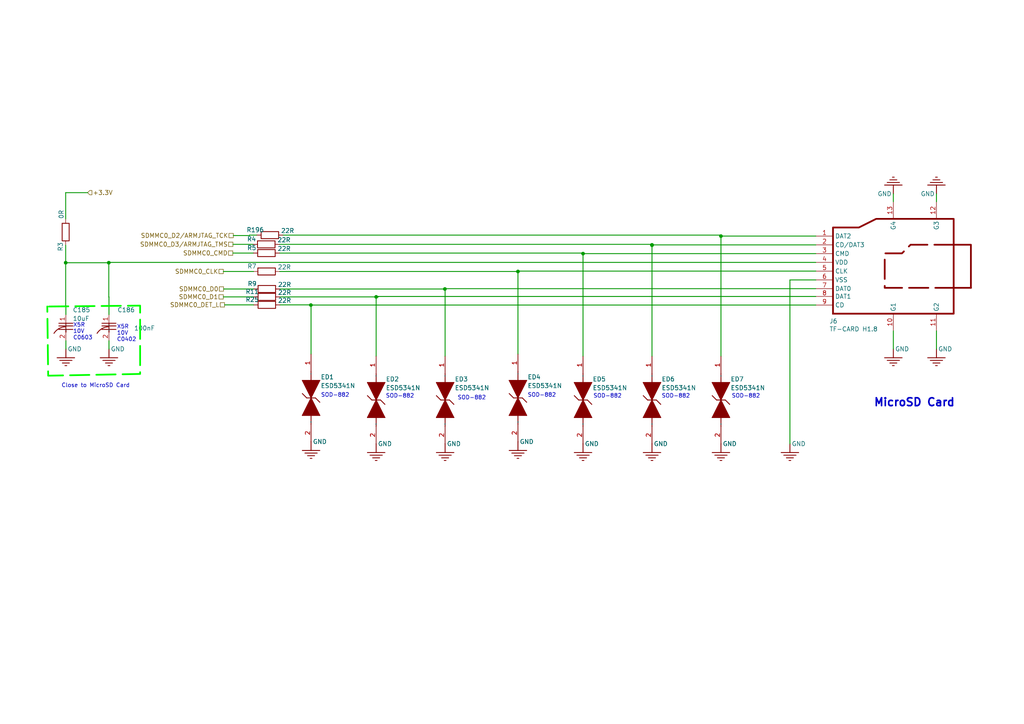
<source format=kicad_sch>
(kicad_sch (version 20231120) (generator "eeschema") (generator_version "8.0")
  (paper "A4")
  (lib_symbols
    (symbol "Device:R" (pin_numbers hide) (pin_names (offset 0))
      (property "Reference" "R" (at 2.032 0 90))
      (property "Value" "R" (at 0 0 90))
      (symbol "R_0_1"
        (rectangle (start -1.016 -2.54) (end 1.016 2.54) (stroke (width 0.254)))
      )
      (symbol "R_1_1"
        (pin passive line (at 0 3.81 270) (length 1.27) (name "~") (number "1"))
        (pin passive line (at 0 -3.81 90) (length 1.27) (name "~") (number "2"))
      )
    )
    (symbol "cm3568 LPDDR4-altium-import:GND" (power)
      (property "Reference" "#PWR" (at 0 0 0))
      (property "Value" "GND" (at 0 6.35 0))
      (symbol "GND_0_0"
        (polyline (pts (xy -2.54 -2.54) (xy 2.54 -2.54)) (stroke (width 0.254)))
        (polyline (pts (xy -1.778 -3.302) (xy 1.778 -3.302)) (stroke (width 0.254)))
        (polyline (pts (xy -1.016 -4.064) (xy 1.016 -4.064)) (stroke (width 0.254)))
        (polyline (pts (xy -0.254 -4.826) (xy 0.254 -4.826)) (stroke (width 0.254)))
        (polyline (pts (xy 0 0) (xy 0 -2.54)) (stroke (width 0.254)))
        (pin power_in line (at 0 0 0) (length 0) (name "GND") (number ""))
      )
    )
    (symbol "cm3568 LPDDR4-altium-import:root_0_TFP09-2-12B"
      (symbol "root_0_TFP09-2-12B_1_0"
        (polyline (pts (xy 45 -15) (xy 40 -15)) (stroke (width 0.508)))
        (polyline (pts (xy 40 -2.5) (xy 45 -2.5) (xy 45 -15)) (stroke (width 0.508)))
        (polyline (pts (xy 40 -2.5) (xy 27.5 -2.5) (xy 25 -5) (xy 20 -5) (xy 20 -15) (xy 40 -15)) (stroke (width 0.508) (type dash)))
        (polyline (pts (xy 5 -22.5) (xy 5 2.5) (xy 12.5 2.5) (xy 17.5 5) (xy 40 5) (xy 40 -22.5) (xy 5 -22.5)) (stroke (width 0.508)))
        (pin passive line (at 0 0 0) (length 5.08) (name "DAT2") (number "1"))
        (pin passive line (at 22.5 -27.5 90) (length 5.08) (name "G1") (number "10"))
        (pin passive line (at 35 -27.5 90) (length 5.08) (name "G2") (number "11"))
        (pin passive line (at 35 10 270) (length 5.08) (name "G3") (number "12"))
        (pin passive line (at 22.5 10 270) (length 5.08) (name "G4") (number "13"))
        (pin passive line (at 0 -2.54 0) (length 5.08) (name "CD/DAT3") (number "2"))
        (pin passive line (at 0 -5.08 0) (length 5.08) (name "CMD") (number "3"))
        (pin passive line (at 0 -7.62 0) (length 5.08) (name "VDD") (number "4"))
        (pin passive line (at 0 -10.16 0) (length 5.08) (name "CLK") (number "5"))
        (pin passive line (at 0 -12.7 0) (length 5.08) (name "VSS") (number "6"))
        (pin passive line (at 0 -15.24 0) (length 5.08) (name "DAT0") (number "7"))
        (pin passive line (at 0 -17.5 0) (length 5.08) (name "DAT1") (number "8"))
        (pin passive line (at 0 -20 0) (length 5.08) (name "CD") (number "9"))
      )
    )
    (symbol "cm3568 LPDDR4-altium-import:root_3_C0201_100nF"
      (symbol "root_3_C0201_100nF_1_0"
        (arc (start -4.5103 -1.5255) (mid -5.3375 -2.132) (end -5.9865 -2.9264) (stroke (width 0.254)))
        (arc (start -2.54 -1.016) (mid -3.5575 -1.1454) (end -4.5103 -1.5255) (stroke (width 0.254)))
        (polyline (pts (xy -4.572 -0.762) (xy -0.508 -0.762)) (stroke (width 0.254)))
        (polyline (pts (xy -4.572 0) (xy -0.508 0)) (stroke (width 0.254)))
        (polyline (pts (xy -2.54 -2.54) (xy -2.54 -1.778)) (stroke (width 0.254)))
        (polyline (pts (xy -2.54 -1.016) (xy -2.54 -2.54)) (stroke (width 0.254)))
        (polyline (pts (xy -2.54 0) (xy -2.54 -0.762)) (stroke (width 0.254)))
        (polyline (pts (xy -0.508 -1.778) (xy -4.572 -1.778)) (stroke (width 0.254)))
        (pin passive line (at -2.54 2.54 270) (length 2.54) (name "1") (number "1"))
        (pin passive line (at -2.54 -5.08 90) (length 2.54) (name "2") (number "2"))
      )
    )
    (symbol "cm3568 LPDDR4-altium-import:root_3_C0603_10uF"
      (symbol "root_3_C0603_10uF_1_0"
        (arc (start -4.5103 -1.5255) (mid -5.3375 -2.132) (end -5.9865 -2.9264) (stroke (width 0.254)))
        (arc (start -2.54 -1.016) (mid -3.5575 -1.1454) (end -4.5103 -1.5255) (stroke (width 0.254)))
        (polyline (pts (xy -4.572 -0.762) (xy -0.508 -0.762)) (stroke (width 0.254)))
        (polyline (pts (xy -4.572 0) (xy -0.508 0)) (stroke (width 0.254)))
        (polyline (pts (xy -2.54 -2.54) (xy -2.54 -1.778)) (stroke (width 0.254)))
        (polyline (pts (xy -2.54 -1.016) (xy -2.54 -2.54)) (stroke (width 0.254)))
        (polyline (pts (xy -2.54 0) (xy -2.54 -0.762)) (stroke (width 0.254)))
        (polyline (pts (xy -0.508 -1.778) (xy -4.572 -1.778)) (stroke (width 0.254)))
        (pin passive line (at -2.54 2.54 270) (length 2.54) (name "1") (number "1"))
        (pin passive line (at -2.54 -5.08 90) (length 2.54) (name "2") (number "2"))
      )
    )
    (symbol "cm3568 LPDDR4-altium-import:root_3_ESD0402_1xD5"
      (symbol "root_3_ESD0402_1xD5_1_0"
        (polyline (pts (xy -2.54 -5.08) (xy 0 0)) (stroke (width 0.254)))
        (polyline (pts (xy -2.54 5.08) (xy 0 0)) (stroke (width 0.254)))
        (polyline (pts (xy -1.27 0) (xy -2.54 1.27)) (stroke (width 0.254)))
        (polyline (pts (xy 0 -5.08) (xy 0 -7.62)) (stroke (width 0.254)))
        (polyline (pts (xy 0 0) (xy 2.54 -5.08)) (stroke (width 0.254)))
        (polyline (pts (xy 0 5.08) (xy 0 7.62)) (stroke (width 0.254)))
        (polyline (pts (xy 1.27 0) (xy -1.27 0)) (stroke (width 0.254)))
        (polyline (pts (xy 1.27 0) (xy 2.54 -1.27)) (stroke (width 0.254)))
        (polyline (pts (xy 2.54 -5.08) (xy -2.54 -5.08)) (stroke (width 0.254)))
        (polyline (pts (xy 2.54 5.08) (xy -2.54 5.08)) (stroke (width 0.254)))
        (polyline (pts (xy 2.54 5.08) (xy 0 0)) (stroke (width 0.254)))
        (polyline (pts (xy 0 -0.254) (xy 2.54 -5.08) (xy -2.54 -5.08) (xy 0 -0.254)) (stroke (width -0.0001)) (fill (type outline)))
        (polyline (pts (xy 2.54 5.08) (xy -2.54 5.08) (xy 0 0) (xy 2.54 5.08) (xy 2.54 5.08)) (stroke (width -0.0001)) (fill (type outline)))
        (pin passive line (at 0 12.7 270) (length 5.08) (name "1") (number "1"))
        (pin passive line (at 0 -12.7 90) (length 5.08) (name "2") (number "2"))
      )
    )
  )
  (junction (at 189.104 71.12))
  (junction (at 109.104 86.106))
  (junction (at 129.032 83.82))
  (junction (at 209.104 68.482))
  (junction (at 189.104 71.022))
  (junction (at 19.05 76.2))
  (junction (at 169.104 73.562))
  (junction (at 150.222 78.74))
  (junction (at 31.55 76.2))
  (junction (at 90.17 88.482))
  (wire (pts (xy 109.704 86.106) (xy 109.704 85.982)) (stroke (width 0.254)))
  (wire (pts (xy 31.55 76.102) (xy 31.55 76.2)) (stroke (width 0.254)))
  (wire (pts (xy 64.77 78.74) (xy 73.5161 78.74)) (stroke (width 0.254)))
  (wire (pts (xy 169.104 103.322) (xy 169.104 73.562)) (stroke (width 0.254)))
  (wire (pts (xy 189.104 71.12) (xy 189.196 71.12)) (stroke (width 0.254)))
  (wire (pts (xy 229.104 81.182) (xy 229.104 128.722)) (stroke (width 0.254)))
  (wire (pts (xy 150.222 102.71) (xy 150.222 78.74)) (stroke (width 0.254)))
  (wire (pts (xy 64.77 86.106) (xy 73.588 86.106)) (stroke (width 0.254)))
  (wire (pts (xy 236.604 81.182) (xy 229.104 81.182)) (stroke (width 0.254)))
  (wire (pts (xy 236.604 76.102) (xy 31.55 76.102)) (stroke (width 0.254)))
  (wire (pts (xy 150.222 78.74) (xy 150.568 78.74)) (stroke (width 0.254)))
  (wire (pts (xy 73.4688 73.406) (xy 67.532 73.406)) (stroke (width 0.254)))
  (wire (pts (xy 81.1361 78.74) (xy 150.222 78.74)) (stroke (width 0.254)))
  (wire (pts (xy 19.05 76.2) (xy 31.55 76.2)) (stroke (width 0.254)))
  (wire (pts (xy 150.568 78.642) (xy 236.604 78.642)) (stroke (width 0.254)))
  (wire (pts (xy 129.104 83.82) (xy 129.104 103.322)) (stroke (width 0.254)))
  (wire (pts (xy 236.604 83.722) (xy 129.032 83.722)) (stroke (width 0.254)))
  (wire (pts (xy 67.564 70.866) (xy 73.4209 70.866)) (stroke (width 0.254)))
  (wire (pts (xy 72.39 68.2016) (xy 72.39 68.326)) (stroke (width 0.254)))
  (wire (pts (xy 73.588 88.42) (xy 65.1385 88.42)) (stroke (width 0.254)))
  (wire (pts (xy 259.104 56.222) (xy 259.104 58.482)) (stroke (width 0.254)))
  (wire (pts (xy 90.17 88.42) (xy 81.208 88.42)) (stroke (width 0.254)))
  (wire (pts (xy 90.222 88.646) (xy 90.17 88.646)) (stroke (width 0.254)))
  (wire (pts (xy 189.104 71.12) (xy 189.104 103.322)) (stroke (width 0.254)))
  (wire (pts (xy 150.568 78.74) (xy 150.568 78.642)) (stroke (width 0.254)))
  (wire (pts (xy 19.05 76.2) (xy 19.05 71.12)) (stroke (width 0.254)))
  (wire (pts (xy 81.208 83.82) (xy 129.032 83.82)) (stroke (width 0.254)))
  (wire (pts (xy 129.032 83.722) (xy 129.032 83.82)) (stroke (width 0.254)))
  (wire (pts (xy 236.604 68.482) (xy 209.104 68.482)) (stroke (width 0.254)))
  (wire (pts (xy 74.4709 68.2016) (xy 72.39 68.2016)) (stroke (width 0.254)))
  (wire (pts (xy 64.86 83.82) (xy 73.588 83.82)) (stroke (width 0.254)))
  (wire (pts (xy 209.104 68.2016) (xy 82.0909 68.2016)) (stroke (width 0.254)))
  (wire (pts (xy 90.17 88.42) (xy 90.17 88.482)) (stroke (width 0.254)))
  (wire (pts (xy 25.4 55.88) (xy 19.05 55.88)) (stroke (width 0.254)))
  (wire (pts (xy 189.104 70.866) (xy 189.104 71.022)) (stroke (width 0.254)))
  (wire (pts (xy 31.604 98.842) (xy 31.604 101.222)) (stroke (width 0.254)))
  (wire (pts (xy 168.91 73.562) (xy 168.91 73.406)) (stroke (width 0.254)))
  (wire (pts (xy 90.17 88.482) (xy 236.604 88.482)) (stroke (width 0.254)))
  (wire (pts (xy 129.032 83.82) (xy 129.104 83.82)) (stroke (width 0.254)))
  (wire (pts (xy 168.91 73.406) (xy 81.0888 73.406)) (stroke (width 0.254)))
  (wire (pts (xy 259.104 101.222) (xy 259.104 95.982)) (stroke (width 0.254)))
  (wire (pts (xy 271.604 101.222) (xy 271.604 95.982)) (stroke (width 0.254)))
  (wire (pts (xy 271.604 56.222) (xy 271.604 58.482)) (stroke (width 0.254)))
  (wire (pts (xy 31.604 86.142) (xy 31.604 91.222)) (stroke (width 0.254)))
  (wire (pts (xy 19.05 76.2) (xy 19.05 88.682)) (stroke (width 0.254)))
  (wire (pts (xy 90.17 88.646) (xy 90.17 88.482)) (stroke (width 0.254)))
  (wire (pts (xy 169.104 73.562) (xy 168.91 73.562)) (stroke (width 0.254)))
  (wire (pts (xy 19.05 88.682) (xy 19.104 88.682)) (stroke (width 0.254)))
  (wire (pts (xy 19.104 98.842) (xy 19.104 101.222)) (stroke (width 0.254)))
  (wire (pts (xy 109.104 86.106) (xy 109.704 86.106)) (stroke (width 0.254)))
  (wire (pts (xy 109.704 85.982) (xy 236.604 85.982)) (stroke (width 0.254)))
  (wire (pts (xy 209.104 68.482) (xy 209.104 68.2016)) (stroke (width 0.254)))
  (wire (pts (xy 209.104 103.322) (xy 209.104 68.482)) (stroke (width 0.254)))
  (wire (pts (xy 189.104 71.022) (xy 189.104 71.12)) (stroke (width 0.254)))
  (wire (pts (xy 31.55 86.142) (xy 31.604 86.142)) (stroke (width 0.254)))
  (wire (pts (xy 90.222 102.71) (xy 90.222 88.646)) (stroke (width 0.254)))
  (wire (pts (xy 81.0409 70.866) (xy 189.104 70.866)) (stroke (width 0.254)))
  (wire (pts (xy 31.55 76.2) (xy 31.55 86.142)) (stroke (width 0.254)))
  (wire (pts (xy 19.104 88.682) (xy 19.104 91.222)) (stroke (width 0.254)))
  (wire (pts (xy 236.604 71.022) (xy 189.104 71.022)) (stroke (width 0.254)))
  (wire (pts (xy 169.104 73.562) (xy 236.604 73.562)) (stroke (width 0.254)))
  (wire (pts (xy 72.39 68.326) (xy 67.664 68.326)) (stroke (width 0.254)))
  (wire (pts (xy 81.208 86.106) (xy 109.104 86.106)) (stroke (width 0.254)))
  (wire (pts (xy 109.104 103.322) (xy 109.104 86.106)) (stroke (width 0.254)))
  (wire (pts (xy 19.05 55.88) (xy 19.05 63.5)) (stroke (width 0.254)))
  (polyline (pts (xy 14.224 88.9) (xy 40.64 88.646) (xy 40.64 108.458) (xy 13.97 108.966) (xy 13.716 88.9)) (stroke (width 0.508) (type dash) (color 0 255 0 1)))
  (text_box "SOD-882" (at 92.202 112.932 0) (size 15 3.048) (stroke (width -0.0001) (color 0 0 0 1)) (effects (font (size 1.143 1.143)) (justify left top)))
  (text_box "SOD-882" (at 110.998 113.186 0) (size 15 3.048) (stroke (width -0.0001) (color 0 0 0 1)) (effects (font (size 1.143 1.143)) (justify left top)))
  (text_box "SOD-882" (at 191.008 113.186 0) (size 15 3.048) (stroke (width -0.0001) (color 0 0 0 1)) (effects (font (size 1.143 1.143)) (justify left top)))
  (text_box "MicroSD Card" (at 281.604 113.562 0) (size -30 10.16) (stroke (width -0.0001) (color 0 0 0 1)) (effects (font (size 2.286 2.286) (bold yes)) (justify left top)))
  (text_box "Close to MicroSD Card" (at 40.132 110.144 0) (size -23.192 3.138) (stroke (width -0.0001) (color 0 0 0 1)) (effects (font (size 1.143 1.143)) (justify left top)))
  (text_box "X5R\n10V\nC0603" (at 20.32 92.612 0) (size 7.5 8.138) (stroke (width -0.0001) (color 0 0 0 1)) (effects (font (size 1.143 1.143)) (justify left top)))
  (text_box "X5R\n10V\nC0402\n" (at 33.02 93.12 0) (size 7.5 8.138) (stroke (width -0.0001) (color 0 0 0 1)) (effects (font (size 1.143 1.143)) (justify left top)))
  (text_box "SOD-882" (at 131.826 113.694 0) (size 15 3.048) (stroke (width -0.0001) (color 0 0 0 1)) (effects (font (size 1.143 1.143)) (justify left top)))
  (text_box "SOD-882" (at 152.146 112.932 0) (size 15 3.048) (stroke (width -0.0001) (color 0 0 0 1)) (effects (font (size 1.143 1.143)) (justify left top)))
  (text_box "SOD-882" (at 171.196 113.186 0) (size 15 3.048) (stroke (width -0.0001) (color 0 0 0 1)) (effects (font (size 1.143 1.143)) (justify left top)))
  (text_box "" (at 131.558 112.87 0) (size 15 3.048) (stroke (width -0.0001) (color 0 0 0 1)) (effects (font (size 1.143 1.143)) (justify left top)))
  (text_box "SOD-882" (at 211.328 113.186 0) (size 15 3.048) (stroke (width -0.0001) (color 0 0 0 1)) (effects (font (size 1.143 1.143)) (justify left top)))
  (label "" (at 43.688 78.74 0))
  (hierarchical_label "+3.3V" (shape input) (at 25.4 55.88 0))
  (hierarchical_label "SDMMC0_CLK" (shape passive) (at 64.77 78.74 180))
  (hierarchical_label "SDMMC0_D0" (shape passive) (at 64.86 83.82 180))
  (hierarchical_label "SDMMC0_CMD" (shape passive) (at 67.532 73.406 180))
  (hierarchical_label "SDMMC0_D2/ARMJTAG_TCK" (shape passive) (at 67.664 68.326 180))
  (hierarchical_label "SDMMC0_D1" (shape passive) (at 64.77 86.106 180))
  (hierarchical_label "SDMMC0_D3/ARMJTAG_TMS" (shape passive) (at 67.564 70.866 180))
  (hierarchical_label "SDMMC0_DET_L" (shape passive) (at 65.1385 88.42 180))
  (symbol (lib_id "cm3568 LPDDR4-altium-import:root_3_ESD0402_1xD5") (at 209.104 116.022 0) (unit 1)
    (property "Reference" "ED7" (at 211.898 110.688 0) (effects (justify left bottom)))
    (property "Value" "ESD5341N" (at 211.898 113.228 0) (effects (justify left bottom)))
    (property "Footprint" "Footprint:ESD5341N" (effects (hide yes)))
    (property "MPN" "ESD5341N" (effects (hide yes)))
  )
  (symbol (lib_id "cm3568 LPDDR4-altium-import:GND") (at 150.222 128.11 0) (unit 1)
    (property "Reference" "#PWR064" (effects (hide yes)))
    (property "Value" "GND" (effects (hide yes)))
  )
  (symbol (lib_id "cm3568 LPDDR4-altium-import:root_3_C0603_10uF") (at 21.644 93.762 0) (unit 1)
    (property "Reference" "C185" (at 21.082 90.62 0) (effects (justify left bottom)))
    (property "Value" "10uF" (at 21.082 93.12 0) (effects (justify left bottom)))
    (property "Footprint" "Capacitor_SMD:C_0603_1608Metric" (effects (hide yes)))
    (property "MPN" "CL10A106MO8NQNC" (effects (hide yes)))
  )
  (symbol (lib_id "cm3568 LPDDR4-altium-import:root_3_ESD0402_1xD5") (at 189.104 116.022 0) (unit 1)
    (property "Reference" "ED6" (at 191.898 110.688 0) (effects (justify left bottom)))
    (property "Value" "ESD5341N" (at 191.898 113.228 0) (effects (justify left bottom)))
    (property "Footprint" "Footprint:ESD5341N" (effects (hide yes)))
    (property "MPN" "ESD5341N" (effects (hide yes)))
  )
  (symbol (lib_id "cm3568 LPDDR4-altium-import:root_3_ESD0402_1xD5") (at 150.222 115.41 0) (unit 1)
    (property "Reference" "ED4" (at 153.016 110.076 0) (effects (justify left bottom)))
    (property "Value" "ESD5341N" (at 153.016 112.616 0) (effects (justify left bottom)))
    (property "Footprint" "Footprint:ESD5341N" (effects (hide yes)))
    (property "MPN" "ESD5341N" (effects (hide yes)))
  )
  (symbol (lib_id "cm3568 LPDDR4-altium-import:GND") (at 19.104 101.222 0) (unit 1)
    (property "Reference" "#PWR059" (effects (hide yes)))
    (property "Value" "GND" (effects (hide yes)))
  )
  (symbol (lib_id "Device:R") (at 77.398 88.42 90) (unit 1)
    (property "Reference" "R25" (at 73.1456 86.896 90))
    (property "Value" "22R" (at 82.5436 87.15 90))
    (property "Footprint" "Resistor_SMD:R_0603_1608Metric" (effects (hide yes)))
    (property "Description" "Resistor" (effects (hide yes)))
    (property "MPN" "0603WAF220JT5E" (effects (hide yes)))
  )
  (symbol (lib_id "cm3568 LPDDR4-altium-import:root_3_C0201_100nF") (at 34.144 93.762 0) (unit 1)
    (property "Reference" "C186" (at 34.036 90.62 0) (effects (justify left bottom)))
    (property "Value" "100nF" (at 38.862 95.914 0) (effects (justify left bottom)))
    (property "Footprint" "Capacitor_SMD:C_0402_1005Metric" (effects (hide yes)))
    (property "MPN" "CC0402KRX7R7BB104" (effects (hide yes)))
  )
  (symbol (lib_id "cm3568 LPDDR4-altium-import:GND") (at 259.104 56.222 180) (unit 1)
    (property "Reference" "#PWR0243" (effects (hide yes)))
    (property "Value" "GND" (effects (hide yes)))
  )
  (symbol (lib_id "cm3568 LPDDR4-altium-import:GND") (at 259.104 101.222 0) (unit 1)
    (property "Reference" "#PWR0244" (effects (hide yes)))
    (property "Value" "GND" (effects (hide yes)))
  )
  (symbol (lib_id "cm3568 LPDDR4-altium-import:GND") (at 271.604 56.222 180) (unit 1)
    (property "Reference" "#PWR0245" (effects (hide yes)))
    (property "Value" "GND" (effects (hide yes)))
  )
  (symbol (lib_id "cm3568 LPDDR4-altium-import:root_3_ESD0402_1xD5") (at 169.104 116.022 0) (unit 1)
    (property "Reference" "ED5" (at 171.898 110.688 0) (effects (justify left bottom)))
    (property "Value" "ESD5341N" (at 171.898 113.228 0) (effects (justify left bottom)))
    (property "Footprint" "Footprint:ESD5341N" (effects (hide yes)))
    (property "MPN" "ESD5341N" (effects (hide yes)))
  )
  (symbol (lib_id "cm3568 LPDDR4-altium-import:root_3_ESD0402_1xD5") (at 109.104 116.022 0) (unit 1)
    (property "Reference" "ED2" (at 111.898 110.688 0) (effects (justify left bottom)))
    (property "Value" "ESD5341N" (at 111.898 113.228 0) (effects (justify left bottom)))
    (property "Footprint" "Footprint:ESD5341N" (effects (hide yes)))
    (property "MPN" "ESD5341N" (effects (hide yes)))
  )
  (symbol (lib_id "cm3568 LPDDR4-altium-import:GND") (at 129.104 128.722 0) (unit 1)
    (property "Reference" "#PWR063" (effects (hide yes)))
    (property "Value" "GND" (effects (hide yes)))
  )
  (symbol (lib_id "cm3568 LPDDR4-altium-import:GND") (at 209.104 128.722 0) (unit 1)
    (property "Reference" "#PWR0241" (effects (hide yes)))
    (property "Value" "GND" (effects (hide yes)))
  )
  (symbol (lib_id "Device:R") (at 77.2788 73.406 90) (unit 1)
    (property "Reference" "R5" (at 73.0264 71.882 90))
    (property "Value" "22R" (at 82.4244 72.136 90))
    (property "Footprint" "Resistor_SMD:R_0603_1608Metric" (effects (hide yes)))
    (property "Description" "Resistor" (effects (hide yes)))
    (property "MPN" "0603WAF220JT5E" (effects (hide yes)))
  )
  (symbol (lib_id "Device:R") (at 77.398 83.82 90) (unit 1)
    (property "Reference" "R9" (at 73.1456 82.296 90))
    (property "Value" "22R" (at 82.5436 82.55 90))
    (property "Footprint" "Resistor_SMD:R_0603_1608Metric" (effects (hide yes)))
    (property "Description" "Resistor" (effects (hide yes)))
    (property "MPN" "0603WAF220JT5E" (effects (hide yes)))
  )
  (symbol (lib_id "cm3568 LPDDR4-altium-import:GND") (at 109.104 128.722 0) (unit 1)
    (property "Reference" "#PWR062" (effects (hide yes)))
    (property "Value" "GND" (effects (hide yes)))
  )
  (symbol (lib_id "Device:R") (at 19.05 67.31 180) (unit 1)
    (property "Reference" "R3" (at 17.526 71.5624 90))
    (property "Value" "0R" (at 17.78 62.1644 90))
    (property "Footprint" "Resistor_SMD:R_0603_1608Metric" (effects (hide yes)))
    (property "Description" "Resistor" (effects (hide yes)))
    (property "MPN" "0603WAF0000T5E" (effects (hide yes)))
  )
  (symbol (lib_id "cm3568 LPDDR4-altium-import:root_0_TFP09-2-12B") (at 236.604 68.482 0) (unit 1)
    (property "Reference" "J6" (at 240.538 93.882 0) (effects (justify left bottom)))
    (property "Value" "TF-CARD H1.8" (at 240.538 96.168 0) (effects (justify left bottom)))
    (property "Footprint" "Footprint:TF-CARD H1.8" (effects (hide yes)))
    (property "DATASHEET LINK" "http://images.100y.com.tw/pdf_file/10-TFP09-2-12B.pdf" (effects (hide yes)))
    (property "HEIGHT" "2.45mm" (effects (hide yes)))
    (property "MANUFACTURER_NAME" "100y" (effects (hide yes)))
    (property "MANUFACTURER_PART_NUMBER" "TFP09-2-12B" (effects (hide yes)))
    (property "MPN" "TF 卡座 铜壳" (effects (hide yes)))
  )
  (symbol (lib_id "cm3568 LPDDR4-altium-import:GND") (at 271.604 101.222 0) (unit 1)
    (property "Reference" "#PWR0246" (effects (hide yes)))
    (property "Value" "GND" (effects (hide yes)))
  )
  (symbol (lib_id "Device:R") (at 78.2809 68.2016 90) (unit 1)
    (property "Reference" "R196" (at 74.0285 66.6776 90))
    (property "Value" "22R" (at 83.4265 66.9316 90))
    (property "Footprint" "Resistor_SMD:R_0603_1608Metric" (effects (hide yes)))
    (property "Description" "Resistor" (effects (hide yes)))
    (property "MPN" "0603WAF220JT5E" (effects (hide yes)))
  )
  (symbol (lib_id "cm3568 LPDDR4-altium-import:GND") (at 229.104 128.722 0) (unit 1)
    (property "Reference" "#PWR0242" (effects (hide yes)))
    (property "Value" "GND" (effects (hide yes)))
  )
  (symbol (lib_id "Device:R") (at 77.2309 70.866 90) (unit 1)
    (property "Reference" "R4" (at 72.9785 69.342 90))
    (property "Value" "22R" (at 82.3765 69.596 90))
    (property "Footprint" "Resistor_SMD:R_0603_1608Metric" (effects (hide yes)))
    (property "Description" "Resistor" (effects (hide yes)))
    (property "MPN" "0603WAF220JT5E" (effects (hide yes)))
  )
  (symbol (lib_id "cm3568 LPDDR4-altium-import:root_3_ESD0402_1xD5") (at 90.222 115.41 0) (unit 1)
    (property "Reference" "ED1" (at 93.016 110.076 0) (effects (justify left bottom)))
    (property "Value" "ESD5341N" (at 93.016 112.616 0) (effects (justify left bottom)))
    (property "Footprint" "Footprint:ESD5341N" (effects (hide yes)))
    (property "MPN" "ESD5341N" (effects (hide yes)))
  )
  (symbol (lib_id "cm3568 LPDDR4-altium-import:root_3_ESD0402_1xD5") (at 129.104 116.022 0) (unit 1)
    (property "Reference" "ED3" (at 131.898 110.688 0) (effects (justify left bottom)))
    (property "Value" "ESD5341N" (at 131.898 113.228 0) (effects (justify left bottom)))
    (property "Footprint" "Footprint:ESD5341N" (effects (hide yes)))
    (property "MPN" "ESD5341N" (effects (hide yes)))
  )
  (symbol (lib_id "Device:R") (at 77.398 86.106 90) (unit 1)
    (property "Reference" "R11" (at 73.1456 84.582 90))
    (property "Value" "22R" (at 82.5436 84.836 90))
    (property "Footprint" "Resistor_SMD:R_0603_1608Metric" (effects (hide yes)))
    (property "Description" "Resistor" (effects (hide yes)))
    (property "MPN" "0603WAF220JT5E" (effects (hide yes)))
  )
  (symbol (lib_id "cm3568 LPDDR4-altium-import:GND") (at 31.604 101.222 0) (unit 1)
    (property "Reference" "#PWR060" (effects (hide yes)))
    (property "Value" "GND" (effects (hide yes)))
  )
  (symbol (lib_id "Device:R") (at 77.3261 78.74 90) (unit 1)
    (property "Reference" "R7" (at 73.0737 77.216 90))
    (property "Value" "22R" (at 82.4717 77.47 90))
    (property "Footprint" "Resistor_SMD:R_0603_1608Metric" (effects (hide yes)))
    (property "Description" "Resistor" (effects (hide yes)))
    (property "MPN" "0603WAF220JT5E" (effects (hide yes)))
  )
  (symbol (lib_id "cm3568 LPDDR4-altium-import:GND") (at 189.104 128.722 0) (unit 1)
    (property "Reference" "#PWR0233" (effects (hide yes)))
    (property "Value" "GND" (effects (hide yes)))
  )
  (symbol (lib_id "cm3568 LPDDR4-altium-import:GND") (at 169.104 128.722 0) (unit 1)
    (property "Reference" "#PWR070" (effects (hide yes)))
    (property "Value" "GND" (effects (hide yes)))
  )
  (symbol (lib_id "cm3568 LPDDR4-altium-import:GND") (at 90.222 128.11 0) (unit 1)
    (property "Reference" "#PWR061" (effects (hide yes)))
    (property "Value" "GND" (effects (hide yes)))
  )
)
</source>
